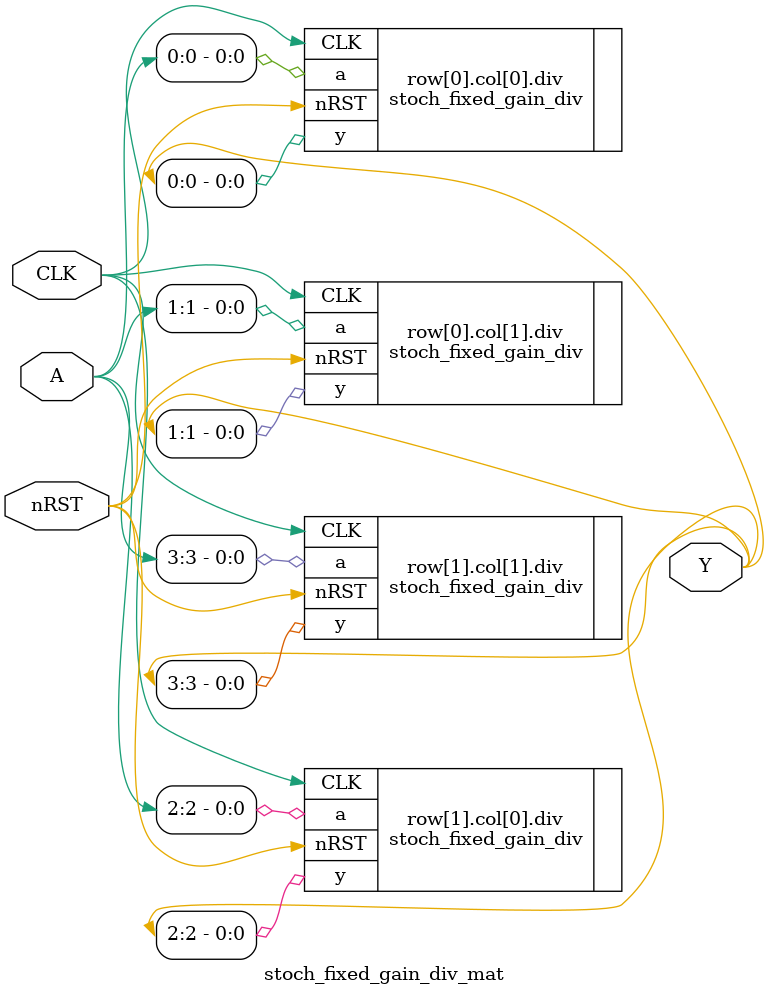
<source format=v>
`timescale 1ns / 1ps
module stoch_fixed_gain_div_mat(CLK, nRST, A, Y);

// parameters
parameter COUNTER_SIZE = 8;
parameter GAIN = 2;
parameter NUM_ROWS = 2;
parameter NUM_COLS = 2;

// I/O
input CLK, nRST;
input [(NUM_ROWS*NUM_COLS)-1:0] A;
output [(NUM_ROWS*NUM_COLS)-1:0] Y;

genvar i, j;
generate
    for (i = 0; i < NUM_ROWS; i = i + 1) begin : row
        for (j = 0; j < NUM_COLS; j = j + 1) begin: col
            stoch_fixed_gain_div #(.COUNTER_SIZE(COUNTER_SIZE), .GAIN(GAIN)) div(
                .CLK(CLK),
                .nRST(nRST),
                .a(A[(i*NUM_COLS)+j]),
                .y(Y[(i*NUM_COLS)+j])
                );
        end
    end 
endgenerate

endmodule

</source>
